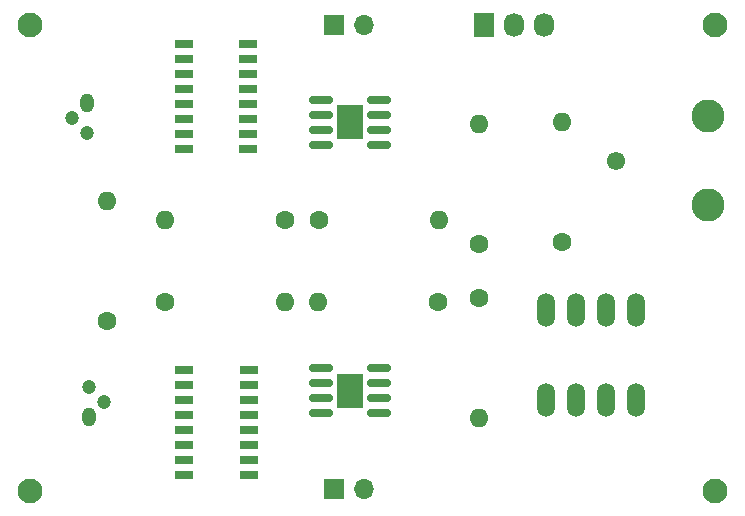
<source format=gbr>
%TF.GenerationSoftware,KiCad,Pcbnew,8.0.8*%
%TF.CreationDate,2025-02-27T22:51:06-05:00*%
%TF.ProjectId,Balanced Polarimeter,42616c61-6e63-4656-9420-506f6c617269,rev?*%
%TF.SameCoordinates,Original*%
%TF.FileFunction,Soldermask,Top*%
%TF.FilePolarity,Negative*%
%FSLAX46Y46*%
G04 Gerber Fmt 4.6, Leading zero omitted, Abs format (unit mm)*
G04 Created by KiCad (PCBNEW 8.0.8) date 2025-02-27 22:51:06*
%MOMM*%
%LPD*%
G01*
G04 APERTURE LIST*
G04 Aperture macros list*
%AMRoundRect*
0 Rectangle with rounded corners*
0 $1 Rounding radius*
0 $2 $3 $4 $5 $6 $7 $8 $9 X,Y pos of 4 corners*
0 Add a 4 corners polygon primitive as box body*
4,1,4,$2,$3,$4,$5,$6,$7,$8,$9,$2,$3,0*
0 Add four circle primitives for the rounded corners*
1,1,$1+$1,$2,$3*
1,1,$1+$1,$4,$5*
1,1,$1+$1,$6,$7*
1,1,$1+$1,$8,$9*
0 Add four rect primitives between the rounded corners*
20,1,$1+$1,$2,$3,$4,$5,0*
20,1,$1+$1,$4,$5,$6,$7,0*
20,1,$1+$1,$6,$7,$8,$9,0*
20,1,$1+$1,$8,$9,$2,$3,0*%
G04 Aperture macros list end*
%ADD10C,1.600000*%
%ADD11O,1.600000X1.600000*%
%ADD12RoundRect,0.150000X-0.825000X-0.150000X0.825000X-0.150000X0.825000X0.150000X-0.825000X0.150000X0*%
%ADD13R,2.290000X3.000000*%
%ADD14R,1.700000X1.700000*%
%ADD15O,1.700000X1.700000*%
%ADD16C,2.800000*%
%ADD17C,1.550000*%
%ADD18O,1.200000X1.600000*%
%ADD19C,1.200000*%
%ADD20C,2.100000*%
%ADD21R,1.550000X0.650000*%
%ADD22O,1.524800X2.845600*%
%ADD23R,1.730000X2.030000*%
%ADD24O,1.730000X2.030000*%
G04 APERTURE END LIST*
D10*
%TO.C,R8*%
X170500000Y-83408700D03*
D11*
X170500000Y-73248700D03*
%TD*%
D10*
%TO.C,R3*%
X163500000Y-83580000D03*
D11*
X163500000Y-73420000D03*
%TD*%
D10*
%TO.C,R7*%
X163500000Y-88091300D03*
D11*
X163500000Y-98251300D03*
%TD*%
D12*
%TO.C,U1*%
X150095000Y-71345000D03*
X150095000Y-72615000D03*
X150095000Y-73885000D03*
X150095000Y-75155000D03*
X155045000Y-75155000D03*
X155045000Y-73885000D03*
X155045000Y-72615000D03*
X155045000Y-71345000D03*
D13*
X152570000Y-73250000D03*
%TD*%
D10*
%TO.C,R2*%
X132000000Y-90080000D03*
D11*
X132000000Y-79920000D03*
%TD*%
D10*
%TO.C,R5*%
X149920000Y-81500000D03*
D11*
X160080000Y-81500000D03*
%TD*%
D14*
%TO.C,J3*%
X151226600Y-104292400D03*
D15*
X153766600Y-104292400D03*
%TD*%
D16*
%TO.C,J1*%
X182862500Y-80300000D03*
X182862500Y-72700000D03*
D17*
X175062500Y-76500000D03*
%TD*%
D18*
%TO.C,D1*%
X130500000Y-98211300D03*
D19*
X131770000Y-96941300D03*
X130500000Y-95671300D03*
%TD*%
D20*
%TO.C,H1*%
X125500000Y-65000000D03*
%TD*%
D21*
%TO.C,Q1*%
X138500000Y-66631300D03*
X138500000Y-67901300D03*
X138500000Y-69171300D03*
X138500000Y-70441300D03*
X138500000Y-71711300D03*
X138500000Y-72981300D03*
X138500000Y-74251300D03*
X138500000Y-75521300D03*
X143950000Y-75521300D03*
X143950000Y-74251300D03*
X143950000Y-72981300D03*
X143950000Y-71711300D03*
X143950000Y-70441300D03*
X143950000Y-69171300D03*
X143950000Y-67901300D03*
X143950000Y-66631300D03*
%TD*%
D20*
%TO.C,H4*%
X183500000Y-104500000D03*
%TD*%
D21*
%TO.C,Q2*%
X138550000Y-94226300D03*
X138550000Y-95496300D03*
X138550000Y-96766300D03*
X138550000Y-98036300D03*
X138550000Y-99306300D03*
X138550000Y-100576300D03*
X138550000Y-101846300D03*
X138550000Y-103116300D03*
X144000000Y-103116300D03*
X144000000Y-101846300D03*
X144000000Y-100576300D03*
X144000000Y-99306300D03*
X144000000Y-98036300D03*
X144000000Y-96766300D03*
X144000000Y-95496300D03*
X144000000Y-94226300D03*
%TD*%
D20*
%TO.C,H3*%
X125500000Y-104500000D03*
%TD*%
%TO.C,H2*%
X183500000Y-65000000D03*
%TD*%
D22*
%TO.C,IC1*%
X176810000Y-89190000D03*
X174270000Y-89190000D03*
X171730000Y-89190000D03*
X169190000Y-89190000D03*
X169190000Y-96810000D03*
X171730000Y-96810000D03*
X174270000Y-96810000D03*
X176810000Y-96810000D03*
%TD*%
D18*
%TO.C,D2*%
X130315300Y-71586000D03*
D19*
X129045300Y-72856000D03*
X130315300Y-74126000D03*
%TD*%
D10*
%TO.C,R4*%
X160000000Y-88500000D03*
D11*
X149840000Y-88500000D03*
%TD*%
D10*
%TO.C,R6*%
X136920000Y-88500000D03*
D11*
X147080000Y-88500000D03*
%TD*%
D14*
%TO.C,J5*%
X151225000Y-65000000D03*
D15*
X153765000Y-65000000D03*
%TD*%
D12*
%TO.C,U2*%
X150095000Y-94095000D03*
X150095000Y-95365000D03*
X150095000Y-96635000D03*
X150095000Y-97905000D03*
X155045000Y-97905000D03*
X155045000Y-96635000D03*
X155045000Y-95365000D03*
X155045000Y-94095000D03*
D13*
X152570000Y-96000000D03*
%TD*%
D23*
%TO.C,J2*%
X163960000Y-65000000D03*
D24*
X166500000Y-65000000D03*
X169040000Y-65000000D03*
%TD*%
D10*
%TO.C,R1*%
X147048800Y-81500000D03*
D11*
X136888800Y-81500000D03*
%TD*%
M02*

</source>
